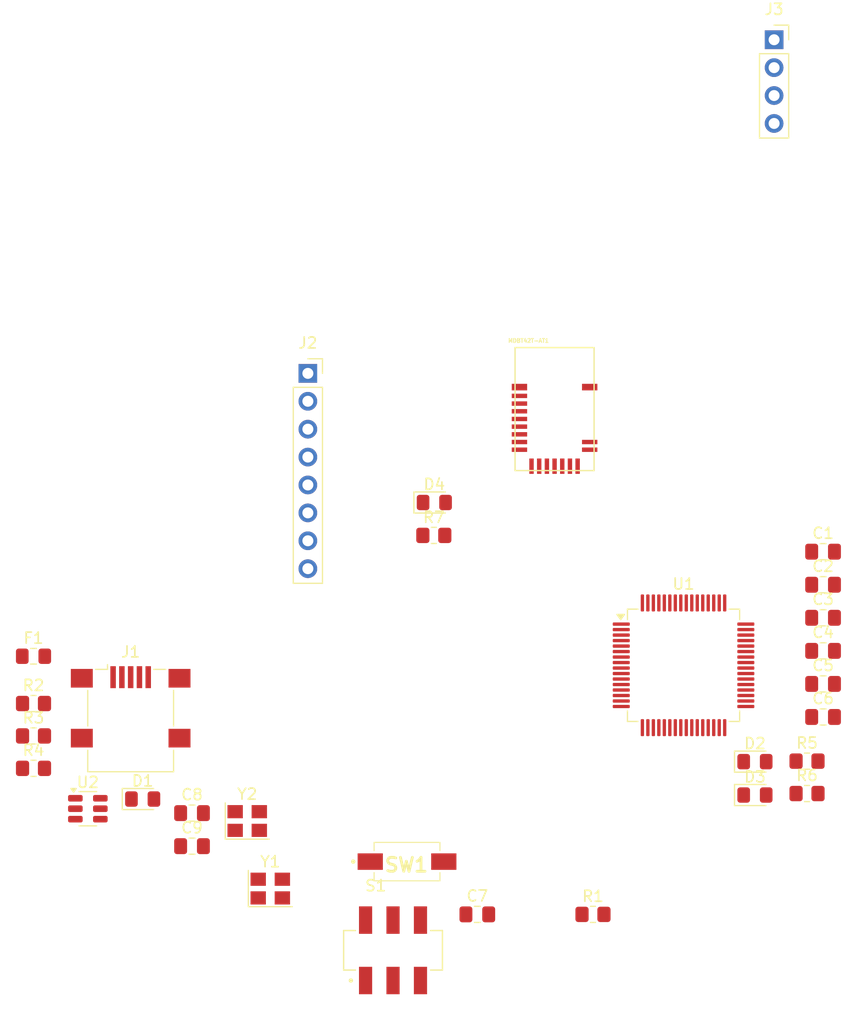
<source format=kicad_pcb>
(kicad_pcb (version 20241229) (generator "pcbnew") (generator_version "9.0")
  (layers (0 "F.Cu" signal) (2 "B.Cu" signal) (13 "F.Paste" user) (15 "B.Paste" user) (5 "F.SilkS" user "F.Silkscreen") (7 "B.SilkS" user "B.Silkscreen") (1 "F.Mask" user) (3 "B.Mask" user) (25 "Edge.Cuts" user))
  (net 0 "")
  (net 7 "/RESET")
  (net 50 "+3V3")
  (net 51 "GND")
  (net 55 "Net-(R1-Pad2)")
  (net 56 "/BOOT")
  (net 61 "/OSC_OUT")
  (net 62 "/OSC_IN")
  (net 63 "Net-(D1-A)")
  (net 64 "Net-(J1-VBUS)")
  (net 65 "Vusb")
  (net 68 "/D+")
  (net 70 "/D-")
  (net 73 "/USB_CONN_D-")
  (net 74 "/USB_CONN_D+")
  (net 75 "/USB_D-")
  (net 76 "/USB_D+")
  (net 77 "Net-(D2-A)")
  (net 78 "Net-(D3-A)")
  (net 79 "/USER_LED")
  (net 80 "Net-(D4-A)")
  (net 81 "+5V")
  (net 83 "/IMU_I2C_SCL")
  (net 85 "/IMU_INT")
  (net 86 "/IMU_I2C_SDA")
  (net 90 "/BL_WAKEUP")
  (net 92 "/BL_RX")
  (net 94 "/BL_TX")
  (net 96 "Net-(MDBT42T-AT1-INDICATOR)")
  (net 100 "/ULTRA_TRIG")
  (net 101 "/ULTRA_ECHO")
  (footprint "SW_uP_Boot:SW_JS202011SCQN" (layer "F.Cu") (at 99.2825 103.77)
    (property "Reference" "S1" (at -1.575 -5.885 0) (layer "F.SilkS"))
    (property "Value" "SW_uP_Boot")
    (fp_line (start -4.5 -1.8) (end -4.5 1.8) (stroke (width 0.127)) (layer "F.SilkS"))
    (fp_line (start -4.5 1.8) (end -3.42 1.8) (stroke (width 0.127)) (layer "F.SilkS"))
    (fp_line (start -3.42 -1.8) (end -4.5 -1.8) (stroke (width 0.127)) (layer "F.SilkS"))
    (fp_line (start 3.42 1.8) (end 4.5 1.8) (stroke (width 0.127)) (layer "F.SilkS"))
    (fp_line (start 4.5 -1.8) (end 3.42 -1.8) (stroke (width 0.127)) (layer "F.SilkS"))
    (fp_line (start 4.5 1.8) (end 4.5 -1.8) (stroke (width 0.127)) (layer "F.SilkS"))
    (fp_circle (center -3.84 2.75) (end -3.74 2.75) (stroke (width 0.2)) (fill no) (layer "F.SilkS"))
    (pad "1" smd rect (at -2.5 2.75) (size 1.2 2.5) (layers "F.Cu" "F.Mask" "F.Paste") (net 50 "+3V3"))
    (pad "2" smd rect (at 0 2.75) (size 1.2 2.5) (layers "F.Cu" "F.Mask" "F.Paste") (net 55 "Net-(R1-Pad2)"))
    (pad "3" smd rect (at 2.5 2.75) (size 1.2 2.5) (layers "F.Cu" "F.Mask" "F.Paste") (net 51 "GND"))
    (pad "4" smd rect (at -2.5 -2.75) (size 1.2 2.5) (layers "F.Cu" "F.Mask" "F.Paste"))
    (pad "5" smd rect (at 0 -2.75) (size 1.2 2.5) (layers "F.Cu" "F.Mask" "F.Paste"))
    (pad "6" smd rect (at 2.5 -2.75) (size 1.2 2.5) (layers "F.Cu" "F.Mask" "F.Paste"))
  )
  (footprint "SW_uP_Reset:SW_uP_Reset" (layer "F.Cu") (at 100.5575 95.695)
    (property "Reference" "SW1" (at -0.0575 0.305 0) (layer "F.SilkS") (effects (font (size 1.27 1.27) (thickness 0.254))))
    (property "Value" "SW_uP_Reset" (hide yes))
    (fp_line (start -4.9 -0.1) (end -4.9 -0.1) (stroke (width 0.2)) (layer "F.SilkS"))
    (fp_line (start -4.9 0.1) (end -4.9 0.1) (stroke (width 0.2)) (layer "F.SilkS"))
    (fp_line (start -3 -1.75) (end 3 -1.75) (stroke (width 0.1)) (layer "F.SilkS"))
    (fp_line (start -3 -1) (end -3 -1.75) (stroke (width 0.1)) (layer "F.SilkS"))
    (fp_line (start -3 1) (end -3 1.75) (stroke (width 0.1)) (layer "F.SilkS"))
    (fp_line (start -3 1.75) (end 3 1.75) (stroke (width 0.1)) (layer "F.SilkS"))
    (fp_line (start 3 -1.75) (end 3 -1) (stroke (width 0.1)) (layer "F.SilkS"))
    (fp_line (start 3 1.75) (end 3 1) (stroke (width 0.1)) (layer "F.SilkS"))
    (fp_arc (start -4.9 -0.1) (mid -4.8 0) (end -4.9 0.1) (stroke (width 0.2)) (layer "F.SilkS"))
    (fp_arc (start -4.9 0.1) (mid -5 0) (end -4.9 -0.1) (stroke (width 0.2)) (layer "F.SilkS"))
    (pad "1" smd rect (at -3.35 0 90) (size 1.5 2.3) (layers "F.Cu" "F.Mask" "F.Paste") (net 51 "GND"))
    (pad "2" smd rect (at 3.35 0 90) (size 1.5 2.3) (layers "F.Cu" "F.Mask" "F.Paste") (net 7 "/RESET"))
  )
  (footprint "Capacitor_SMD:C_0805_2012Metric_Pad1.18x1.45mm_HandSolder" (layer "F.Cu") (at 138.4625 79.52)
    (property "Reference" "C5" (at 0 -1.68 0) (layer "F.SilkS"))
    (property "Value" "0.1uF")
    (fp_line (start -0.261252 -0.735) (end 0.261252 -0.735) (stroke (width 0.12)) (layer "F.SilkS"))
    (fp_line (start -0.261252 0.735) (end 0.261252 0.735) (stroke (width 0.12)) (layer "F.SilkS"))
    (pad "1" smd roundrect (at -1.0375 0) (size 1.175 1.45) (layers "F.Cu" "F.Mask" "F.Paste") (roundrect_rratio 0.212766) (net 50 "+3V3"))
    (pad "2" smd roundrect (at 1.0375 0) (size 1.175 1.45) (layers "F.Cu" "F.Mask" "F.Paste") (roundrect_rratio 0.212766) (net 51 "GND"))
  )
  (footprint "Connector_USB:USB_Mini-B_Lumberg_2486_01_Horizontal" (layer "F.Cu") (at 75.38 81.605)
    (property "Reference" "J1" (at 0 -5 0) (layer "F.SilkS"))
    (property "Value" "USB_B_Mini")
    (fp_line (start -3.91 1.74) (end -3.91 -1.49) (stroke (width 0.12)) (layer "F.SilkS"))
    (fp_line (start -3.91 5.91) (end -3.91 3.96) (stroke (width 0.12)) (layer "F.SilkS"))
    (fp_line (start -3.19 -3.41) (end -2.11 -3.41) (stroke (width 0.12)) (layer "F.SilkS"))
    (fp_line (start -2.11 -3.41) (end -2.11 -3.84) (stroke (width 0.12)) (layer "F.SilkS"))
    (fp_line (start 2.11 -3.41) (end 3.19 -3.41) (stroke (width 0.12)) (layer "F.SilkS"))
    (fp_line (start 3.91 1.74) (end 3.91 -1.49) (stroke (width 0.12)) (layer "F.SilkS"))
    (fp_line (start 3.91 5.91) (end -3.91 5.91) (stroke (width 0.12)) (layer "F.SilkS"))
    (fp_line (start 3.91 5.91) (end 3.91 3.96) (stroke (width 0.12)) (layer "F.SilkS"))
    (pad "" np_thru_hole circle (at -2.2 0) (size 1 1) (drill 1) (layers "*.Cu" "*.Mask"))
    (pad "" np_thru_hole circle (at 2.2 0) (size 1 1) (drill 1) (layers "*.Cu" "*.Mask"))
    (pad "1" smd rect (at -1.6 -2.7) (size 0.5 2) (layers "F.Cu" "F.Mask" "F.Paste") (net 64 "Net-(J1-VBUS)"))
    (pad "2" smd rect (at -0.8 -2.7) (size 0.5 2) (layers "F.Cu" "F.Mask" "F.Paste") (net 70 "/D-"))
    (pad "3" smd rect (at 0 -2.7) (size 0.5 2) (layers "F.Cu" "F.Mask" "F.Paste") (net 68 "/D+"))
    (pad "4" smd rect (at 0.8 -2.7) (size 0.5 2) (layers "F.Cu" "F.Mask" "F.Paste"))
    (pad "5" smd rect (at 1.6 -2.7) (size 0.5 2) (layers "F.Cu" "F.Mask" "F.Paste") (net 51 "GND"))
    (pad "6" smd rect (at -4.45 -2.6) (size 2 1.7) (layers "F.Cu" "F.Mask" "F.Paste"))
    (pad "6" smd rect (at -4.45 2.85) (size 2 1.7) (layers "F.Cu" "F.Mask" "F.Paste"))
    (pad "6" smd rect (at 4.45 -2.6) (size 2 1.7) (layers "F.Cu" "F.Mask" "F.Paste"))
    (pad "6" smd rect (at 4.45 2.85) (size 2 1.7) (layers "F.Cu" "F.Mask" "F.Paste"))
  )
  (footprint "Capacitor_SMD:C_0805_2012Metric_Pad1.18x1.45mm_HandSolder" (layer "F.Cu") (at 138.4625 67.48)
    (property "Reference" "C1" (at 0 -1.68 0) (layer "F.SilkS"))
    (property "Value" "0.1uF")
    (fp_line (start -0.261252 -0.735) (end 0.261252 -0.735) (stroke (width 0.12)) (layer "F.SilkS"))
    (fp_line (start -0.261252 0.735) (end 0.261252 0.735) (stroke (width 0.12)) (layer "F.SilkS"))
    (pad "1" smd roundrect (at -1.0375 0) (size 1.175 1.45) (layers "F.Cu" "F.Mask" "F.Paste") (roundrect_rratio 0.212766) (net 50 "+3V3"))
    (pad "2" smd roundrect (at 1.0375 0) (size 1.175 1.45) (layers "F.Cu" "F.Mask" "F.Paste") (roundrect_rratio 0.212766) (net 51 "GND"))
  )
  (footprint "Package_TO_SOT_SMD:SOT-23-6" (layer "F.Cu") (at 71.48 90.88)
    (property "Reference" "U2" (at 0 -2.4 0) (layer "F.SilkS"))
    (property "Value" "USBLC6-2SC6")
    (fp_line (start 0 -1.56) (end -0.8 -1.56) (stroke (width 0.12)) (layer "F.SilkS"))
    (fp_line (start 0 -1.56) (end 0.8 -1.56) (stroke (width 0.12)) (layer "F.SilkS"))
    (fp_line (start 0 1.56) (end -0.8 1.56) (stroke (width 0.12)) (layer "F.SilkS"))
    (fp_line (start 0 1.56) (end 0.8 1.56) (stroke (width 0.12)) (layer "F.SilkS"))
    (fp_poly (pts (xy -1.3 -1.51) (xy -1.54 -1.84) (xy -1.06 -1.84) (xy -1.3 -1.51)) (stroke (width 0.12)) (fill yes) (layer "F.SilkS"))
    (pad "1" smd roundrect (at -1.1375 -0.95) (size 1.325 0.6) (layers "F.Cu" "F.Mask" "F.Paste") (net 73 "/USB_CONN_D-"))
    (pad "2" smd roundrect (at -1.1375 0) (size 1.325 0.6) (layers "F.Cu" "F.Mask" "F.Paste") (net 51 "GND"))
    (pad "3" smd roundrect (at -1.1375 0.95) (size 1.325 0.6) (layers "F.Cu" "F.Mask" "F.Paste") (net 74 "/USB_CONN_D+"))
    (pad "4" smd roundrect (at 1.1375 0.95) (size 1.325 0.6) (layers "F.Cu" "F.Mask" "F.Paste") (net 76 "/USB_D+"))
    (pad "5" smd roundrect (at 1.1375 0) (size 1.325 0.6) (layers "F.Cu" "F.Mask" "F.Paste") (net 65 "Vusb"))
    (pad "6" smd roundrect (at 1.1375 -0.95) (size 1.325 0.6) (layers "F.Cu" "F.Mask" "F.Paste") (net 75 "/USB_D-"))
  )
  (footprint "Capacitor_SMD:C_0805_2012Metric_Pad1.18x1.45mm_HandSolder" (layer "F.Cu") (at 138.4625 76.51)
    (property "Reference" "C4" (at 0 -1.68 0) (layer "F.SilkS"))
    (property "Value" "0.1uF")
    (fp_line (start -0.261252 -0.735) (end 0.261252 -0.735) (stroke (width 0.12)) (layer "F.SilkS"))
    (fp_line (start -0.261252 0.735) (end 0.261252 0.735) (stroke (width 0.12)) (layer "F.SilkS"))
    (pad "1" smd roundrect (at -1.0375 0) (size 1.175 1.45) (layers "F.Cu" "F.Mask" "F.Paste") (roundrect_rratio 0.212766) (net 50 "+3V3"))
    (pad "2" smd roundrect (at 1.0375 0) (size 1.175 1.45) (layers "F.Cu" "F.Mask" "F.Paste") (roundrect_rratio 0.212766) (net 51 "GND"))
  )
  (footprint "Capacitor_SMD:C_0805_2012Metric_Pad1.18x1.45mm_HandSolder" (layer "F.Cu") (at 138.4625 70.49)
    (property "Reference" "C2" (at 0 -1.68 0) (layer "F.SilkS"))
    (property "Value" "0.1uF")
    (fp_line (start -0.261252 -0.735) (end 0.261252 -0.735) (stroke (width 0.12)) (layer "F.SilkS"))
    (fp_line (start -0.261252 0.735) (end 0.261252 0.735) (stroke (width 0.12)) (layer "F.SilkS"))
    (pad "1" smd roundrect (at -1.0375 0) (size 1.175 1.45) (layers "F.Cu" "F.Mask" "F.Paste") (roundrect_rratio 0.212766) (net 50 "+3V3"))
    (pad "2" smd roundrect (at 1.0375 0) (size 1.175 1.45) (layers "F.Cu" "F.Mask" "F.Paste") (roundrect_rratio 0.212766) (net 51 "GND"))
  )
  (footprint "Resistor_SMD:R_0805_2012Metric_Pad1.20x1.40mm_HandSolder" (layer "F.Cu") (at 137 89.5)
    (property "Reference" "R6" (at 0 -1.65 0) (layer "F.SilkS"))
    (property "Value" "10k")
    (fp_line (start -0.227064 -0.735) (end 0.227064 -0.735) (stroke (width 0.12)) (layer "F.SilkS"))
    (fp_line (start -0.227064 0.735) (end 0.227064 0.735) (stroke (width 0.12)) (layer "F.SilkS"))
    (pad "1" smd roundrect (at -1 0) (size 1.2 1.4) (layers "F.Cu" "F.Mask" "F.Paste") (roundrect_rratio 0.208333) (net 79 "/USER_LED"))
    (pad "2" smd roundrect (at 1 0) (size 1.2 1.4) (layers "F.Cu" "F.Mask" "F.Paste") (roundrect_rratio 0.208333) (net 78 "Net-(D3-A)"))
  )
  (footprint "Resistor_SMD:R_0805_2012Metric_Pad1.20x1.40mm_HandSolder" (layer "F.Cu") (at 66.53 84.255)
    (property "Reference" "R3" (at 0 -1.65 0) (layer "F.SilkS"))
    (property "Value" "22")
    (fp_line (start -0.227064 -0.735) (end 0.227064 -0.735) (stroke (width 0.12)) (layer "F.SilkS"))
    (fp_line (start -0.227064 0.735) (end 0.227064 0.735) (stroke (width 0.12)) (layer "F.SilkS"))
    (pad "1" smd roundrect (at -1 0) (size 1.2 1.4) (layers "F.Cu" "F.Mask" "F.Paste") (roundrect_rratio 0.208333) (net 68 "/D+"))
    (pad "2" smd roundrect (at 1 0) (size 1.2 1.4) (layers "F.Cu" "F.Mask" "F.Paste") (roundrect_rratio 0.208333) (net 74 "/USB_CONN_D+"))
  )
  (footprint "Crystal:Crystal_SMD_Abracon_ABM8G-4Pin_3.2x2.5mm" (layer "F.Cu") (at 86 92)
    (property "Reference" "Y2" (at 0 -2.45 0) (layer "F.SilkS"))
    (property "Value" "16MHz")
    (fp_line (start -2 -1.65) (end -2 1.65) (stroke (width 0.12)) (layer "F.SilkS"))
    (fp_line (start -2 1.65) (end 2 1.65) (stroke (width 0.12)) (layer "F.SilkS"))
    (pad "1" smd rect (at -1.1 0.85) (size 1.4 1.2) (layers "F.Cu" "F.Mask" "F.Paste") (net 62 "/OSC_IN"))
    (pad "2" smd rect (at 1.1 0.85) (size 1.4 1.2) (layers "F.Cu" "F.Mask" "F.Paste") (net 51 "GND"))
    (pad "3" smd rect (at 1.1 -0.85) (size 1.4 1.2) (layers "F.Cu" "F.Mask" "F.Paste") (net 61 "/OSC_OUT"))
    (pad "4" smd rect (at -1.1 -0.85) (size 1.4 1.2) (layers "F.Cu" "F.Mask" "F.Paste") (net 51 "GND"))
  )
  (footprint "LED_SMD:LED_0805_2012Metric_Pad1.15x1.40mm_HandSolder" (layer "F.Cu") (at 132.255 89.635)
    (property "Reference" "D3" (at 0 -1.65 0) (layer "F.SilkS"))
    (property "Value" "USER_LED")
    (fp_line (start -1.86 -0.96) (end -1.86 0.96) (stroke (width 0.12)) (layer "F.SilkS"))
    (fp_line (start -1.86 0.96) (end 1 0.96) (stroke (width 0.12)) (layer "F.SilkS"))
    (fp_line (start 1 -0.96) (end -1.86 -0.96) (stroke (width 0.12)) (layer "F.SilkS"))
    (pad "1" smd roundrect (at -1.025 0) (size 1.15 1.4) (layers "F.Cu" "F.Mask" "F.Paste") (roundrect_rratio 0.217391) (net 51 "GND"))
    (pad "2" smd roundrect (at 1.025 0) (size 1.15 1.4) (layers "F.Cu" "F.Mask" "F.Paste") (roundrect_rratio 0.217391) (net 78 "Net-(D3-A)"))
  )
  (footprint "LED_SMD:LED_0805_2012Metric_Pad1.15x1.40mm_HandSolder" (layer "F.Cu") (at 132.255 86.595)
    (property "Reference" "D2" (at 0 -1.65 0) (layer "F.SilkS"))
    (property "Value" "BL_IND_LED")
    (fp_line (start -1.86 -0.96) (end -1.86 0.96) (stroke (width 0.12)) (layer "F.SilkS"))
    (fp_line (start -1.86 0.96) (end 1 0.96) (stroke (width 0.12)) (layer "F.SilkS"))
    (fp_line (start 1 -0.96) (end -1.86 -0.96) (stroke (width 0.12)) (layer "F.SilkS"))
    (pad "1" smd roundrect (at -1.025 0) (size 1.15 1.4) (layers "F.Cu" "F.Mask" "F.Paste") (roundrect_rratio 0.217391) (net 51 "GND"))
    (pad "2" smd roundrect (at 1.025 0) (size 1.15 1.4) (layers "F.Cu" "F.Mask" "F.Paste") (roundrect_rratio 0.217391) (net 77 "Net-(D2-A)"))
  )
  (footprint "Connector_PinSocket_2.54mm:PinSocket_1x08_P2.54mm_Vertical" (layer "F.Cu") (at 91.525 51.25)
    (property "Reference" "J2" (at 0 -2.77 0) (layer "F.SilkS"))
    (property "Value" "CONN_MPU6050")
    (fp_line (start -1.33 1.27) (end -1.33 19.11) (stroke (width 0.12)) (layer "F.SilkS"))
    (fp_line (start -1.33 1.27) (end 1.33 1.27) (stroke (width 0.12)) (layer "F.SilkS"))
    (fp_line (start -1.33 19.11) (end 1.33 19.11) (stroke (width 0.12)) (layer "F.SilkS"))
    (fp_line (start 0 -1.33) (end 1.33 -1.33) (stroke (width 0.12)) (layer "F.SilkS"))
    (fp_line (start 1.33 -1.33) (end 1.33 0) (stroke (width 0.12)) (layer "F.SilkS"))
    (fp_line (start 1.33 1.27) (end 1.33 19.11) (stroke (width 0.12)) (layer "F.SilkS"))
    (pad "1" thru_hole rect (at 0 0) (size 1.7 1.7) (drill 1) (layers "*.Cu" "*.Mask") (net 81 "+5V"))
    (pad "2" thru_hole oval (at 0 2.54) (size 1.7 1.7) (drill 1) (layers "*.Cu" "*.Mask") (net 51 "GND"))
    (pad "3" thru_hole oval (at 0 5.08) (size 1.7 1.7) (drill 1) (layers "*.Cu" "*.Mask") (net 83 "/IMU_I2C_SCL"))
    (pad "4" thru_hole oval (at 0 7.62) (size 1.7 1.7) (drill 1) (layers "*.Cu" "*.Mask") (net 86 "/IMU_I2C_SDA"))
    (pad "5" thru_hole oval (at 0 10.16) (size 1.7 1.7) (drill 1) (layers "*.Cu" "*.Mask"))
    (pad "6" thru_hole oval (at 0 12.7) (size 1.7 1.7) (drill 1) (layers "*.Cu" "*.Mask"))
    (pad "7" thru_hole oval (at 0 15.24) (size 1.7 1.7) (drill 1) (layers "*.Cu" "*.Mask"))
    (pad "8" thru_hole oval (at 0 17.78) (size 1.7 1.7) (drill 1) (layers "*.Cu" "*.Mask") (net 85 "/IMU_INT"))
  )
  (footprint "MDBT42T-AT:MDBT42T" (layer "F.Cu") (at 114 54.5)
    (property "Reference" "MDBT42T-AT1" (at -2.375 -6.225 0) (layer "F.SilkS") (effects (font (size 0.354331 0.354331))))
    (property "Value" "MDBT42T-AT")
    (fp_line (start -3.6 -5.6) (end 3.6 -5.6) (stroke (width 0.127)) (layer "F.SilkS"))
    (fp_line (start -3.6 5.6) (end -3.6 -5.6) (stroke (width 0.127)) (layer "F.SilkS"))
    (fp_line (start 3.6 -5.6) (end 3.6 5.6) (stroke (width 0.127)) (layer "F.SilkS"))
    (fp_line (start 3.6 5.6) (end -3.6 5.6) (stroke (width 0.127)) (layer "F.SilkS"))
    (pad "1" smd rect (at -3.2 -2) (size 1.4 0.6) (layers "F.Cu" "F.Mask" "F.Paste") (net 51 "GND"))
    (pad "2" smd rect (at -3.2 -1.2) (size 1.4 0.4) (layers "F.Cu" "F.Mask" "F.Paste"))
    (pad "3" smd rect (at -3.2 -0.5) (size 1.4 0.4) (layers "F.Cu" "F.Mask" "F.Paste"))
    (pad "4" smd rect (at -3.2 0.2) (size 1.4 0.4) (layers "F.Cu" "F.Mask" "F.Paste"))
    (pad "5" smd rect (at -3.2 0.9) (size 1.4 0.4) (layers "F.Cu" "F.Mask" "F.Paste") (net 96 "Net-(MDBT42T-AT1-INDICATOR)"))
    (pad "6" smd rect (at -3.2 1.6) (size 1.4 0.4) (layers "F.Cu" "F.Mask" "F.Paste") (net 90 "/BL_WAKEUP"))
    (pad "7" smd rect (at -3.2 2.3) (size 1.4 0.4) (layers "F.Cu" "F.Mask" "F.Paste") (net 94 "/BL_TX"))
    (pad "8" smd rect (at -3.2 3) (size 1.4 0.4) (layers "F.Cu" "F.Mask" "F.Paste") (net 92 "/BL_RX"))
    (pad "9" smd rect (at -3.2 3.7) (size 1.4 0.4) (layers "F.Cu" "F.Mask" "F.Paste") (net 51 "GND"))
    (pad "10" smd rect (at -2.1 5.2) (size 0.4 1.4) (layers "F.Cu" "F.Mask" "F.Paste") (net 51 "GND"))
    (pad "11" smd rect (at -1.4 5.2) (size 0.4 1.4) (layers "F.Cu" "F.Mask" "F.Paste"))
    (pad "12" smd rect (at -0.7 5.2) (size 0.4 1.4) (layers "F.Cu" "F.Mask" "F.Paste") (net 51 "GND"))
    (pad "13" smd rect (at 0 5.2) (size 0.4 1.4) (layers "F.Cu" "F.Mask" "F.Paste"))
    (pad "14" smd rect (at 0.7 5.2) (size 0.4 1.4) (layers "F.Cu" "F.Mask" "F.Paste"))
    (pad "15" smd rect (at 1.4 5.2) (size 0.4 1.4) (layers "F.Cu" "F.Mask" "F.Paste") (net 50 "+3V3"))
    (pad "16" smd rect (at 2.1 5.2) (size 0.4 1.4) (layers "F.Cu" "F.Mask" "F.Paste") (net 51 "GND"))
    (pad "17" smd rect (at 3.2 3.7) (size 1.4 0.4) (layers "F.Cu" "F.Mask" "F.Paste"))
    (pad "18" smd rect (at 3.2 3) (size 1.4 0.4) (layers "F.Cu" "F.Mask" "F.Paste"))
    (pad "19" smd rect (at 3.2 -2) (size 1.4 0.6) (layers "F.Cu" "F.Mask" "F.Paste") (net 51 "GND"))
  )
  (footprint "Resistor_SMD:R_0805_2012Metric_Pad1.20x1.40mm_HandSolder" (layer "F.Cu") (at 66.53 87.205)
    (property "Reference" "R4" (at 0 -1.65 0) (layer "F.SilkS"))
    (property "Value" "10k")
    (fp_line (start -0.227064 -0.735) (end 0.227064 -0.735) (stroke (width 0.12)) (layer "F.SilkS"))
    (fp_line (start -0.227064 0.735) (end 0.227064 0.735) (stroke (width 0.12)) (layer "F.SilkS"))
    (pad "1" smd roundrect (at -1 0) (size 1.2 1.4) (layers "F.Cu" "F.Mask" "F.Paste") (roundrect_rratio 0.208333) (net 65 "Vusb"))
    (pad "2" smd roundrect (at 1 0) (size 1.2 1.4) (layers "F.Cu" "F.Mask" "F.Paste") (roundrect_rratio 0.208333) (net 63 "Net-(D1-A)"))
  )
  (footprint "Capacitor_SMD:C_0805_2012Metric_Pad1.18x1.45mm_HandSolder" (layer "F.Cu") (at 138.4625 73.5)
    (property "Reference" "C3" (at 0 -1.68 0) (layer "F.SilkS"))
    (property "Value" "0.1uF")
    (fp_line (start -0.261252 -0.735) (end 0.261252 -0.735) (stroke (width 0.12)) (layer "F.SilkS"))
    (fp_line (start -0.261252 0.735) (end 0.261252 0.735) (stroke (width 0.12)) (layer "F.SilkS"))
    (pad "1" smd roundrect (at -1.0375 0) (size 1.175 1.45) (layers "F.Cu" "F.Mask" "F.Paste") (roundrect_rratio 0.212766) (net 50 "+3V3"))
    (pad "2" smd roundrect (at 1.0375 0) (size 1.175 1.45) (layers "F.Cu" "F.Mask" "F.Paste") (roundrect_rratio 0.212766) (net 51 "GND"))
  )
  (footprint "Capacitor_SMD:C_0805_2012Metric_Pad1.18x1.45mm_HandSolder" (layer "F.Cu") (at 138.4625 82.53)
    (property "Reference" "C6" (at 0 -1.68 0) (layer "F.SilkS"))
    (property "Value" "10uF")
    (fp_line (start -0.261252 -0.735) (end 0.261252 -0.735) (stroke (width 0.12)) (layer "F.SilkS"))
    (fp_line (start -0.261252 0.735) (end 0.261252 0.735) (stroke (width 0.12)) (layer "F.SilkS"))
    (pad "1" smd roundrect (at -1.0375 0) (size 1.175 1.45) (layers "F.Cu" "F.Mask" "F.Paste") (roundrect_rratio 0.212766) (net 50 "+3V3"))
    (pad "2" smd roundrect (at 1.0375 0) (size 1.175 1.45) (layers "F.Cu" "F.Mask" "F.Paste") (roundrect_rratio 0.212766) (net 51 "GND"))
  )
  (footprint "Resistor_SMD:R_0805_2012Metric_Pad1.20x1.40mm_HandSolder" (layer "F.Cu") (at 117.5 100.5)
    (property "Reference" "R1" (at 0 -1.65 0) (layer "F.SilkS"))
    (property "Value" "10k")
    (fp_line (start -0.227064 -0.735) (end 0.227064 -0.735) (stroke (width 0.12)) (layer "F.SilkS"))
    (fp_line (start -0.227064 0.735) (end 0.227064 0.735) (stroke (width 0.12)) (layer "F.SilkS"))
    (pad "1" smd roundrect (at -1 0) (size 1.2 1.4) (layers "F.Cu" "F.Mask" "F.Paste") (roundrect_rratio 0.208333) (net 56 "/BOOT"))
    (pad "2" smd roundrect (at 1 0) (size 1.2 1.4) (layers "F.Cu" "F.Mask" "F.Paste") (roundrect_rratio 0.208333) (net 55 "Net-(R1-Pad2)"))
  )
  (footprint "Capacitor_SMD:C_0805_2012Metric_Pad1.18x1.45mm_HandSolder" (layer "F.Cu") (at 80.97 91.28)
    (property "Reference" "C8" (at 0 -1.68 0) (layer "F.SilkS"))
    (property "Value" "22pF")
    (fp_line (start -0.261252 -0.735) (end 0.261252 -0.735) (stroke (width 0.12)) (layer "F.SilkS"))
    (fp_line (start -0.261252 0.735) (end 0.261252 0.735) (stroke (width 0.12)) (layer "F.SilkS"))
    (pad "1" smd roundrect (at -1.0375 0) (size 1.175 1.45) (layers "F.Cu" "F.Mask" "F.Paste") (roundrect_rratio 0.212766) (net 51 "GND"))
    (pad "2" smd roundrect (at 1.0375 0) (size 1.175 1.45) (layers "F.Cu" "F.Mask" "F.Paste") (roundrect_rratio 0.212766) (net 61 "/OSC_OUT"))
  )
  (footprint "Resistor_SMD:R_0805_2012Metric_Pad1.20x1.40mm_HandSolder" (layer "F.Cu") (at 103 66)
    (property "Reference" "R7" (at 0 -1.65 0) (layer "F.SilkS"))
    (property "Value" "10k")
    (fp_line (start -0.227064 -0.735) (end 0.227064 -0.735) (stroke (width 0.12)) (layer "F.SilkS"))
    (fp_line (start -0.227064 0.735) (end 0.227064 0.735) (stroke (width 0.12)) (layer "F.SilkS"))
    (pad "1" smd roundrect (at -1 0) (size 1.2 1.4) (layers "F.Cu" "F.Mask" "F.Paste") (roundrect_rratio 0.208333) (net 50 "+3V3"))
    (pad "2" smd roundrect (at 1 0) (size 1.2 1.4) (layers "F.Cu" "F.Mask" "F.Paste") (roundrect_rratio 0.208333) (net 80 "Net-(D4-A)"))
  )
  (footprint "Fuse:Fuse_0805_2012Metric_Pad1.15x1.40mm_HandSolder" (layer "F.Cu") (at 66.53 77)
    (property "Reference" "F1" (at 0 -1.65 0) (layer "F.SilkS"))
    (property "Value" "PTCSMD")
    (fp_line (start -0.261252 -0.71) (end 0.261252 -0.71) (stroke (width 0.12)) (layer "F.SilkS"))
    (fp_line (start -0.261252 0.71) (end 0.261252 0.71) (stroke (width 0.12)) (layer "F.SilkS"))
    (pad "1" smd roundrect (at -1.025 0) (size 1.15 1.4) (layers "F.Cu" "F.Mask" "F.Paste") (roundrect_rratio 0.217391) (net 65 "Vusb"))
    (pad "2" smd roundrect (at 1.025 0) (size 1.15 1.4) (layers "F.Cu" "F.Mask" "F.Paste") (roundrect_rratio 0.217391) (net 64 "Net-(J1-VBUS)"))
  )
  (footprint "LED_SMD:LED_0805_2012Metric_Pad1.15x1.40mm_HandSolder" (layer "F.Cu") (at 103.045 63.005)
    (property "Reference" "D4" (at 0 -1.65 0) (layer "F.SilkS"))
    (property "Value" "uP_PWR_LED")
    (fp_line (start -1.86 -0.96) (end -1.86 0.96) (stroke (width 0.12)) (layer "F.SilkS"))
    (fp_line (start -1.86 0.96) (end 1 0.96) (stroke (width 0.12)) (layer "F.SilkS"))
    (fp_line (start 1 -0.96) (end -1.86 -0.96) (stroke (width 0.12)) (layer "F.SilkS"))
    (pad "1" smd roundrect (at -1.025 0) (size 1.15 1.4) (layers "F.Cu" "F.Mask" "F.Paste") (roundrect_rratio 0.217391) (net 51 "GND"))
    (pad "2" smd roundrect (at 1.025 0) (size 1.15 1.4) (layers "F.Cu" "F.Mask" "F.Paste") (roundrect_rratio 0.217391) (net 80 "Net-(D4-A)"))
  )
  (footprint "Capacitor_SMD:C_0805_2012Metric_Pad1.18x1.45mm_HandSolder" (layer "F.Cu") (at 106.9625 100.5)
    (property "Reference" "C7" (at 0 -1.68 0) (layer "F.SilkS"))
    (property "Value" "0.01uF")
    (fp_line (start -0.261252 -0.735) (end 0.261252 -0.735) (stroke (width 0.12)) (layer "F.SilkS"))
    (fp_line (start -0.261252 0.735) (end 0.261252 0.735) (stroke (width 0.12)) (layer "F.SilkS"))
    (pad "1" smd roundrect (at -1.0375 0) (size 1.175 1.45) (layers "F.Cu" "F.Mask" "F.Paste") (roundrect_rratio 0.212766) (net 51 "GND"))
    (pad "2" smd roundrect (at 1.0375 0) (size 1.175 1.45) (layers "F.Cu" "F.Mask" "F.Paste") (roundrect_rratio 0.212766) (net 7 "/RESET"))
  )
  (footprint "Package_QFP:LQFP-64_10x10mm_P0.5mm" (layer "F.Cu") (at 125.75 77.825)
    (property "Reference" "U1" (at 0 -7.4 0) (layer "F.SilkS"))
    (property "Value" "STM32F103RCTx")
    (fp_line (start -5.11 -5.11) (end -5.11 -4.16) (stroke (width 0.12)) (layer "F.SilkS"))
    (fp_line (start -5.11 5.11) (end -5.11 4.16) (stroke (width 0.12)) (layer "F.SilkS"))
    (fp_line (start -4.16 -5.11) (end -5.11 -5.11) (stroke (width 0.12)) (layer "F.SilkS"))
    (fp_line (start -4.16 5.11) (end -5.11 5.11) (stroke (width 0.12)) (layer "F.SilkS"))
    (fp_line (start 4.16 -5.11) (end 5.11 -5.11) (stroke (width 0.12)) (layer "F.SilkS"))
    (fp_line (start 4.16 5.11) (end 5.11 5.11) (stroke (width 0.12)) (layer "F.SilkS"))
    (fp_line (start 5.11 -5.11) (end 5.11 -4.16) (stroke (width 0.12)) (layer "F.SilkS"))
    (fp_line (start 5.11 5.11) (end 5.11 4.16) (stroke (width 0.12)) (layer "F.SilkS"))
    (fp_poly (pts (xy -5.725 -4.16) (xy -6.065 -4.63) (xy -5.385 -4.63) (xy -5.725 -4.16)) (stroke (width 0.12)) (fill yes) (layer "F.SilkS"))
    (pad "1" smd roundrect (at -5.675 -3.75) (size 1.55 0.3) (layers "F.Cu" "F.Mask" "F.Paste"))
    (pad "2" smd roundrect (at -5.675 -3.25) (size 1.55 0.3) (layers "F.Cu" "F.Mask" "F.Paste"))
    (pad "3" smd roundrect (at -5.675 -2.75) (size 1.55 0.3) (layers "F.Cu" "F.Mask" "F.Paste"))
    (pad "4" smd roundrect (at -5.675 -2.25) (size 1.55 0.3) (layers "F.Cu" "F.Mask" "F.Paste"))
    (pad "5" smd roundrect (at -5.675 -1.75) (size 1.55 0.3) (layers "F.Cu" "F.Mask" "F.Paste") (net 62 "/OSC_IN"))
    (pad "6" smd roundrect (at -5.675 -1.25) (size 1.55 0.3) (layers "F.Cu" "F.Mask" "F.Paste") (net 61 "/OSC_OUT"))
    (pad "7" smd roundrect (at -5.675 -0.75) (size 1.55 0.3) (layers "F.Cu" "F.Mask" "F.Paste") (net 7 "/RESET"))
    (pad "8" smd roundrect (at -5.675 -0.25) (size 1.55 0.3) (layers "F.Cu" "F.Mask" "F.Paste"))
    (pad "9" smd roundrect (at -5.675 0.25) (size 1.55 0.3) (layers "F.Cu" "F.Mask" "F.Paste"))
    (pad "10" smd roundrect (at -5.675 0.75) (size 1.55 0.3) (layers "F.Cu" "F.Mask" "F.Paste"))
    (pad "11" smd roundrect (at -5.675 1.25) (size 1.55 0.3) (layers "F.Cu" "F.Mask" "F.Paste"))
    (pad "12" smd roundrect (at -5.675 1.75) (size 1.55 0.3) (layers "F.Cu" "F.Mask" "F.Paste") (net 51 "GND"))
    (pad "13" smd roundrect (at -5.675 2.25) (size 1.55 0.3) (layers "F.Cu" "F.Mask" "F.Paste") (net 50 "+3V3"))
    (pad "14" smd roundrect (at -5.675 2.75) (size 1.55 0.3) (layers "F.Cu" "F.Mask" "F.Paste"))
    (pad "15" smd roundrect (at -5.675 3.25) (size 1.55 0.3) (layers "F.Cu" "F.Mask" "F.Paste"))
    (pad "16" smd roundrect (at -5.675 3.75) (size 1.55 0.3) (layers "F.Cu" "F.Mask" "F.Paste"))
    (pad "17" smd roundrect (at -3.75 5.675) (size 0.3 1.55) (layers "F.Cu" "F.Mask" "F.Paste"))
    (pad "18" smd roundrect (at -3.25 5.675) (size 0.3 1.55) (layers "F.Cu" "F.Mask" "F.Paste") (net 51 "GND"))
    (pad "19" smd roundrect (at -2.75 5.675) (size 0.3 1.55) (layers "F.Cu" "F.Mask" "F.Paste") (net 50 "+3V3"))
    (pad "20" smd roundrect (at -2.25 5.675) (size 0.3 1.55) (layers "F.Cu" "F.Mask" "F.Paste"))
    (pad "21" smd roundrect (at -1.75 5.675) (size 0.3 1.55) (layers "F.Cu" "F.Mask" "F.Paste"))
    (pad "22" smd roundrect (at -1.25 5.675) (size 0.3 1.55) (layers "F.Cu" "F.Mask" "F.Paste"))
    (pad "23" smd roundrect (at -0.75 5.675) (size 0.3 1.55) (layers "F.Cu" "F.Mask" "F.Paste"))
    (pad "24" smd roundrect (at -0.25 5.675) (size 0.3 1.55) (layers "F.Cu" "F.Mask" "F.Paste"))
    (pad "25" smd roundrect (at 0.25 5.675) (size 0.3 1.55) (layers "F.Cu" "F.Mask" "F.Paste"))
    (pad "26" smd roundrect (at 0.75 5.675) (size 0.3 1.55) (layers "F.Cu" "F.Mask" "F.Paste"))
    (pad "27" smd roundrect (at 1.25 5.675) (size 0.3 1.55) (layers "F.Cu" "F.Mask" "F.Paste"))
    (pad "28" smd roundrect (at 1.75 5.675) (size 0.3 1.55) (layers "F.Cu" "F.Mask" "F.Paste"))
    (pad "29" smd roundrect (at 2.25 5.675) (size 0.3 1.55) (layers "F.Cu" "F.Mask" "F.Paste"))
    (pad "30" smd roundrect (at 2.75 5.675) (size 0.3 1.55) (layers "F.Cu" "F.Mask" "F.Paste"))
    (pad "31" smd roundrect (at 3.25 5.675) (size 0.3 1.55) (layers "F.Cu" "F.Mask" "F.Paste") (net 51 "GND"))
    (pad "32" smd roundrect (at 3.75 5.675) (size 0.3 1.55) (layers "F.Cu" "F.Mask" "F.Paste") (net 50 "+3V3"))
    (pad "33" smd roundrect (at 5.675 3.75) (size 1.55 0.3) (layers "F.Cu" "F.Mask" "F.Paste"))
    (pad "34" smd roundrect (at 5.675 3.25) (size 1.55 0.3) (layers "F.Cu" "F.Mask" "F.Paste"))
    (pad "35" smd roundrect (at 5.675 2.75) (size 1.55 0.3) (layers "F.Cu" "F.Mask" "F.Paste"))
    (pad "36" smd roundrect (at 5.675 2.25) (size 1.55 0.3) (layers "F.Cu" "F.Mask" "F.Paste"))
    (pad "37" smd roundrect (at 5.675 1.75) (size 1.55 0.3) (layers "F.Cu" "F.Mask" "F.Paste"))
    (pad "38" smd roundrect (at 5.675 1.25) (size 1.55 0.3) (layers "F.Cu" "F.Mask" "F.Paste"))
    (pad "39" smd roundrect (at 5.675 0.75) (size 1.55 0.3) (layers "F.Cu" "F.Mask" "F.Paste"))
    (pad "40" smd roundrect (at 5.675 0.25) (size 1.55 0.3) (layers "F.Cu" "F.Mask" "F.Paste"))
    (pad "41" smd roundrect (at 5.675 -0.25) (size 1.55 0.3) (layers "F.Cu" "F.Mask" "F.Paste"))
    (pad "42" smd roundrect (at 5.675 -0.75) (size 1.55 0.3) (layers "F.Cu" "F.Mask" "F.Paste"))
    (pad "43" smd roundrect (at 5.675 -1.25) (size 1.55 0.3) (layers "F.Cu" "F.Mask" "F.Paste"))
    (pad "44" smd roundrect (at 5.675 -1.75) (size 1.55 0.3) (layers "F.Cu" "F.Mask" "F.Paste") (net 75 "/USB_D-"))
    (pad "45" smd roundrect (at 5.675 -2.25) (size 1.55 0.3) (layers "F.Cu" "F.Mask" "F.Paste") (net 76 "/USB_D+"))
    (pad "46" smd roundrect (at 5.675 -2.75) (size 1.55 0.3) (layers "F.Cu" "F.Mask" "F.Paste"))
    (pad "47" smd roundrect (at 5.675 -3.25) (size 1.55 0.3) (layers "F.Cu" "F.Mask" "F.Paste") (net 51 "GND"))
    (pad "48" smd roundrect (at 5.675 -3.75) (size 1.55 0.3) (layers "F.Cu" "F.Mask" "F.Paste") (net 50 "+3V3"))
    (pad "49" smd roundrect (at 3.75 -5.675) (size 0.3 1.55) (layers "F.Cu" "F.Mask" "F.Paste"))
    (pad "50" smd roundrect (at 3.25 -5.675) (size 0.3 1.55) (layers "F.Cu" "F.Mask" "F.Paste"))
    (pad "51" smd roundrect (at 2.75 -5.675) (size 0.3 1.55) (layers "F.Cu" "F.Mask" "F.Paste"))
    (pad "52" smd roundrect (at 2.25 -5.675) (size 0.3 1.55) (layers "F.Cu" "F.Mask" "F.Paste"))
    (pad "53" smd roundrect (at 1.75 -5.675) (size 0.3 1.55) (layers "F.Cu" "F.Mask" "F.Paste"))
    (pad "54" smd roundrect (at 1.25 -5.675) (size 0.3 1.55) (layers "F.Cu" "F.Mask" "F.Paste"))
    (pad "55" smd roundrect (at 0.75 -5.675) (size 0.3 1.55) (layers "F.Cu" "F.Mask" "F.Paste"))
    (pad "56" smd roundrect (at 0.25 -5.675) (size 0.3 1.55) (layers "F.Cu" "F.Mask" "F.Paste"))
    (pad "57" smd roundrect (at -0.25 -5.675) (size 0.3 1.55) (layers "F.Cu" "F.Mask" "F.Paste"))
    (pad "58" smd roundrect (at -0.75 -5.675) (size 0.3 1.55) (layers "F.Cu" "F.Mask" "F.Paste"))
    (pad "59" smd roundrect (at -1.25 -5.675) (size 0.3 1.55) (layers "F.Cu" "F.Mask" "F.Paste"))
    (pad "60" smd roundrect (at -1.75 -5.675) (size 0.3 1.55) (layers "F.Cu" "F.Mask" "F.Paste") (net 56 "/BOOT"))
    (pad "61" smd roundrect (at -2.25 -5.675) (size 0.3 1.55) (layers "F.Cu" "F.Mask" "F.Paste"))
    (pad "62" smd roundrect (at -2.75 -5.675) (size 0.3 1.55) (layers "F.Cu" "F.Mask" "F.Paste"))
    (pad "63" smd roundrect (at -3.25 -5.675) (size 0.3 1.55) (layers "F.Cu" "F.Mask" "F.Paste") (net 51 "GND"))
    (pad "64" smd roundrect (at -3.75 -5.675) (size 0.3 1.55) (layers "F.Cu" "F.Mask" "F.Paste") (net 50 "+3V3"))
  )
  (footprint "Crystal:Crystal_SMD_Abracon_ABM8G-4Pin_3.2x2.5mm" (layer "F.Cu") (at 88.1 98.15)
    (property "Reference" "Y1" (at 0 -2.45 0) (layer "F.SilkS"))
    (property "Value" "Crystal_GND23")
    (fp_line (start -2 -1.65) (end -2 1.65) (stroke (width 0.12)) (layer "F.SilkS"))
    (fp_line (start -2 1.65) (end 2 1.65) (stroke (width 0.12)) (layer "F.SilkS"))
    (pad "1" smd rect (at -1.1 0.85) (size 1.4 1.2) (layers "F.Cu" "F.Mask" "F.Paste"))
    (pad "2" smd rect (at 1.1 0.85) (size 1.4 1.2) (layers "F.Cu" "F.Mask" "F.Paste"))
    (pad "3" smd rect (at 1.1 -0.85) (size 1.4 1.2) (layers "F.Cu" "F.Mask" "F.Paste"))
    (pad "4" smd rect (at -1.1 -0.85) (size 1.4 1.2) (layers "F.Cu" "F.Mask" "F.Paste"))
  )
  (footprint "Capacitor_SMD:C_0805_2012Metric_Pad1.18x1.45mm_HandSolder" (layer "F.Cu") (at 80.97 94.29)
    (property "Reference" "C9" (at 0 -1.68 0) (layer "F.SilkS"))
    (property "Value" "22pF")
    (fp_line (start -0.261252 -0.735) (end 0.261252 -0.735) (stroke (width 0.12)) (layer "F.SilkS"))
    (fp_line (start -0.261252 0.735) (end 0.261252 0.735) (stroke (width 0.12)) (layer "F.SilkS"))
    (pad "1" smd roundrect (at -1.0375 0) (size 1.175 1.45) (layers "F.Cu" "F.Mask" "F.Paste") (roundrect_rratio 0.212766) (net 51 "GND"))
    (pad "2" smd roundrect (at 1.0375 0) (size 1.175 1.45) (layers "F.Cu" "F.Mask" "F.Paste") (roundrect_rratio 0.212766) (net 62 "/OSC_IN"))
  )
  (footprint "Resistor_SMD:R_0805_2012Metric_Pad1.20x1.40mm_HandSolder" (layer "F.Cu") (at 137 86.55)
    (property "Reference" "R5" (at 0 -1.65 0) (layer "F.SilkS"))
    (property "Value" "10k")
    (fp_line (start -0.227064 -0.735) (end 0.227064 -0.735) (stroke (width 0.12)) (layer "F.SilkS"))
    (fp_line (start -0.227064 0.735) (end 0.227064 0.735) (stroke (width 0.12)) (layer "F.SilkS"))
    (pad "1" smd roundrect (at -1 0) (size 1.2 1.4) (layers "F.Cu" "F.Mask" "F.Paste") (roundrect_rratio 0.208333) (net 96 "Net-(MDBT42T-AT1-INDICATOR)"))
    (pad "2" smd roundrect (at 1 0) (size 1.2 1.4) (layers "F.Cu" "F.Mask" "F.Paste") (roundrect_rratio 0.208333) (net 77 "Net-(D2-A)"))
  )
  (footprint "Connector_PinSocket_2.54mm:PinSocket_1x04_P2.54mm_Vertical" (layer "F.Cu") (at 134 20.88)
    (property "Reference" "J3" (at 0 -2.77 0) (layer "F.SilkS"))
    (property "Value" "CONN_ULTRA")
    (fp_line (start -1.33 1.27) (end -1.33 8.95) (stroke (width 0.12)) (layer "F.SilkS"))
    (fp_line (start -1.33 1.27) (end 1.33 1.27) (stroke (width 0.12)) (layer "F.SilkS"))
    (fp_line (start -1.33 8.95) (end 1.33 8.95) (stroke (width 0.12)) (layer "F.SilkS"))
    (fp_line (start 0 -1.33) (end 1.33 -1.33) (stroke (width 0.12)) (layer "F.SilkS"))
    (fp_line (start 1.33 -1.33) (end 1.33 0) (stroke (width 0.12)) (layer "F.SilkS"))
    (fp_line (start 1.33 1.27) (end 1.33 8.95) (stroke (width 0.12)) (layer "F.SilkS"))
    (pad "1" thru_hole rect (at 0 0) (size 1.7 1.7) (drill 1) (layers "*.Cu" "*.Mask") (net 51 "GND"))
    (pad "2" thru_hole oval (at 0 2.54) (size 1.7 1.7) (drill 1) (layers "*.Cu" "*.Mask") (net 101 "/ULTRA_ECHO"))
    (pad "3" thru_hole oval (at 0 5.08) (size 1.7 1.7) (drill 1) (layers "*.Cu" "*.Mask") (net 100 "/ULTRA_TRIG"))
    (pad "4" thru_hole oval (at 0 7.62) (size 1.7 1.7) (drill 1) (layers "*.Cu" "*.Mask") (net 81 "+5V"))
  )
  (footprint "Resistor_SMD:R_0805_2012Metric_Pad1.20x1.40mm_HandSolder" (layer "F.Cu") (at 66.53 81.305)
    (property "Reference" "R2" (at 0 -1.65 0) (layer "F.SilkS"))
    (property "Value" "22")
    (fp_line (start -0.227064 -0.735) (end 0.227064 -0.735) (stroke (width 0.12)) (layer "F.SilkS"))
    (fp_line (start -0.227064 0.735) (end 0.227064 0.735) (stroke (width 0.12)) (layer "F.SilkS"))
    (pad "1" smd roundrect (at -1 0) (size 1.2 1.4) (layers "F.Cu" "F.Mask" "F.Paste") (roundrect_rratio 0.208333) (net 70 "/D-"))
    (pad "2" smd roundrect (at 1 0) (size 1.2 1.4) (layers "F.Cu" "F.Mask" "F.Paste") (roundrect_rratio 0.208333) (net 73 "/USB_CONN_D-"))
  )
  (footprint "LED_SMD:LED_0805_2012Metric_Pad1.15x1.40mm_HandSolder" (layer "F.Cu") (at 76.475 90)
    (property "Reference" "D1" (at 0 -1.65 0) (layer "F.SilkS"))
    (property "Value" "USB_PWR_LED")
    (fp_line (start -1.86 -0.96) (end -1.86 0.96) (stroke (width 0.12)) (layer "F.SilkS"))
    (fp_line (start -1.86 0.96) (end 1 0.96) (stroke (width 0.12)) (layer "F.SilkS"))
    (fp_line (start 1 -0.96) (end -1.86 -0.96) (stroke (width 0.12)) (layer "F.SilkS"))
    (pad "1" smd roundrect (at -1.025 0) (size 1.15 1.4) (layers "F.Cu" "F.Mask" "F.Paste") (roundrect_rratio 0.217391) (net 51 "GND"))
    (pad "2" smd roundrect (at 1.025 0) (size 1.15 1.4) (layers "F.Cu" "F.Mask" "F.Paste") (roundrect_rratio 0.217391) (net 63 "Net-(D1-A)"))
  )
)
</source>
